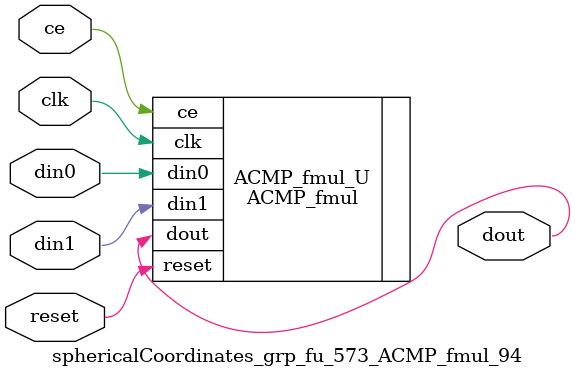
<source format=v>

`timescale 1 ns / 1 ps
module sphericalCoordinates_grp_fu_573_ACMP_fmul_94(
    clk,
    reset,
    ce,
    din0,
    din1,
    dout);

parameter ID = 32'd1;
parameter NUM_STAGE = 32'd1;
parameter din0_WIDTH = 32'd1;
parameter din1_WIDTH = 32'd1;
parameter dout_WIDTH = 32'd1;
input clk;
input reset;
input ce;
input[din0_WIDTH - 1:0] din0;
input[din1_WIDTH - 1:0] din1;
output[dout_WIDTH - 1:0] dout;



ACMP_fmul #(
.ID( ID ),
.NUM_STAGE( 4 ),
.din0_WIDTH( din0_WIDTH ),
.din1_WIDTH( din1_WIDTH ),
.dout_WIDTH( dout_WIDTH ))
ACMP_fmul_U(
    .clk( clk ),
    .reset( reset ),
    .ce( ce ),
    .din0( din0 ),
    .din1( din1 ),
    .dout( dout ));

endmodule

</source>
